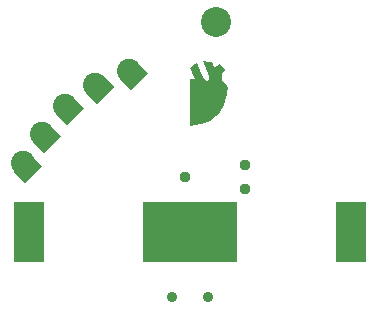
<source format=gbs>
G04 DipTrace 2.4.0.2*
%INmale.gbs*%
%MOMM*%
%ADD47C,0.95*%
%ADD48C,0.9*%
%ADD49C,2.54*%
%ADD52C,2.05*%
%ADD57R,8.05X5.13*%
%ADD58R,2.65X5.13*%
%FSLAX53Y53*%
G04*
G71*
G90*
G75*
G01*
%LNBotMask*%
%LPD*%
D47*
X26206Y31119D3*
X31286Y32135D3*
Y30103D3*
D58*
X12980Y26485D3*
X40260D3*
D57*
X26620D3*
D48*
X25089Y20959D3*
X28089D3*
G36*
X11722Y31587D2*
X13172Y33036D1*
X14091Y32117D1*
X12642Y30667D1*
X11722Y31587D1*
G37*
D52*
X12465Y32294D3*
G36*
X13351Y34052D2*
X14801Y35502D1*
X15720Y34583D1*
X14270Y33133D1*
X13351Y34052D1*
G37*
D52*
X14094Y34759D3*
G36*
X15238Y36460D2*
X16688Y37910D1*
X17607Y36991D1*
X16157Y35541D1*
X15238Y36460D1*
G37*
D52*
X15980Y37167D3*
G36*
X17836Y38222D2*
X19286Y39671D1*
X20205Y38752D1*
X18756Y37303D1*
X17836Y38222D1*
G37*
D52*
X18579Y38929D3*
G36*
X20703Y39446D2*
X22153Y40895D1*
X23072Y39976D1*
X21623Y38526D1*
X20703Y39446D1*
G37*
D52*
X21446Y40153D3*
G36*
X26618Y35469D2*
X27568Y35614D1*
X28308Y35914D1*
X28778Y36294D1*
X29158Y36679D1*
X29473Y37239D1*
X29603Y37564D1*
X29703Y38044D1*
X29753Y38294D1*
X29778Y38709D1*
X29663Y39034D1*
X29473Y39224D1*
X29348Y39349D1*
X29283Y39669D1*
X29308Y39799D1*
X29383Y40049D1*
X29538Y40189D1*
X29128Y40684D1*
X28748Y40434D1*
X28658D1*
X28478Y40874D1*
X28203Y40849D1*
X27698Y40989D1*
X28228Y39724D1*
Y39564D1*
X28193Y39349D1*
X28078Y39299D1*
X27823Y39399D1*
X27508Y39979D1*
X27153Y40834D1*
X26898Y40709D1*
X26628Y40389D1*
X26998Y39439D1*
X26808Y39469D1*
X26618D1*
Y35469D1*
G37*
D49*
X28779Y44265D3*
M02*

</source>
